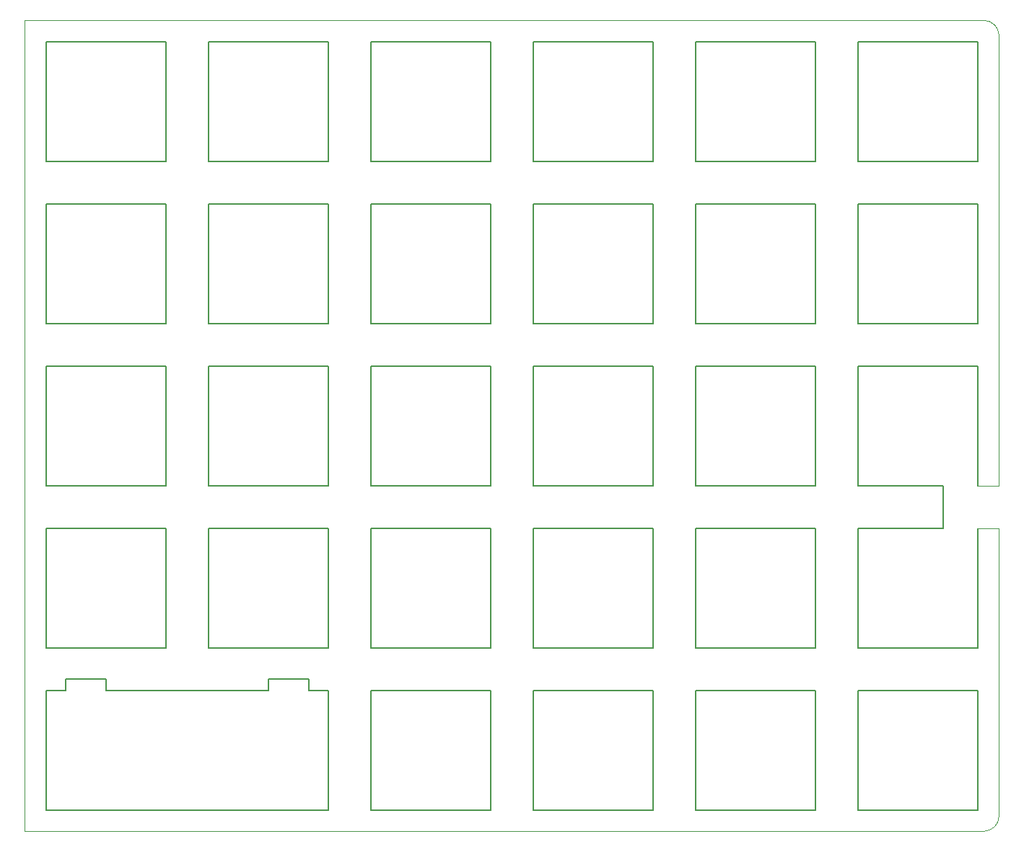
<source format=gm1>
G04 #@! TF.GenerationSoftware,KiCad,Pcbnew,(6.0.10)*
G04 #@! TF.CreationDate,2023-08-27T19:00:13-04:00*
G04 #@! TF.ProjectId,split-plate,73706c69-742d-4706-9c61-74652e6b6963,rev?*
G04 #@! TF.SameCoordinates,Original*
G04 #@! TF.FileFunction,Profile,NP*
%FSLAX46Y46*%
G04 Gerber Fmt 4.6, Leading zero omitted, Abs format (unit mm)*
G04 Created by KiCad (PCBNEW (6.0.10)) date 2023-08-27 19:00:13*
%MOMM*%
%LPD*%
G01*
G04 APERTURE LIST*
G04 #@! TA.AperFunction,Profile*
%ADD10C,0.100000*%
G04 #@! TD*
G04 #@! TA.AperFunction,Profile*
%ADD11C,0.150000*%
G04 #@! TD*
G04 APERTURE END LIST*
D10*
X216693932Y-109657023D02*
X216693932Y-143470433D01*
X102393836Y-145256372D02*
X214907993Y-145256372D01*
D11*
X210146354Y-109657023D02*
X210146354Y-104656377D01*
X195144198Y-104656377D02*
X181094823Y-104656377D01*
X200145198Y-128706838D02*
X214194573Y-128706838D01*
X118943642Y-109657318D02*
X118943642Y-123706693D01*
X214194337Y-85606238D02*
X200144962Y-85606238D01*
X176094059Y-71556981D02*
X176094059Y-85606356D01*
X176094059Y-109657141D02*
X176094059Y-123706516D01*
X118943642Y-104656613D02*
X104894267Y-104656613D01*
X214194337Y-123706398D02*
X200144962Y-123706398D01*
X104894503Y-142756508D02*
X104894503Y-128707133D01*
X130969725Y-127397025D02*
X135732229Y-127397025D01*
X200144962Y-52506783D02*
X214194337Y-52506783D01*
X157043920Y-85606415D02*
X142994545Y-85606415D01*
X195144198Y-90607002D02*
X195144198Y-104656377D01*
X181094823Y-123706457D02*
X181094823Y-109657082D01*
X200144962Y-66556158D02*
X200144962Y-52506783D01*
X157044156Y-142756390D02*
X142994781Y-142756390D01*
X142994781Y-128707015D02*
X157044156Y-128707015D01*
X142994545Y-66556335D02*
X142994545Y-52506960D01*
X181094823Y-52506842D02*
X195144198Y-52506842D01*
D10*
X216693932Y-51792231D02*
X216693932Y-104656318D01*
D11*
X176094295Y-128706956D02*
X176094295Y-142756331D01*
X200144962Y-71556863D02*
X214194337Y-71556863D01*
X214194573Y-128706838D02*
X214194573Y-142756213D01*
X137993781Y-52507019D02*
X137993781Y-66556394D01*
X157043920Y-90607120D02*
X157043920Y-104656495D01*
X118943642Y-90607238D02*
X118943642Y-104656613D01*
X118943642Y-85606533D02*
X104894267Y-85606533D01*
X157043920Y-52506960D02*
X157043920Y-66556335D01*
X137993781Y-66556394D02*
X123944406Y-66556394D01*
X195144434Y-142756272D02*
X181095059Y-142756272D01*
X118943642Y-52507078D02*
X118943642Y-66556453D01*
X104894267Y-85606533D02*
X104894267Y-71557158D01*
X137993781Y-109657259D02*
X137993781Y-123706634D01*
X200144962Y-90606943D02*
X214194337Y-90606943D01*
X176094059Y-66556276D02*
X162044684Y-66556276D01*
X137994017Y-142756449D02*
X104894503Y-142756508D01*
X107157205Y-128707103D02*
X104894532Y-128707103D01*
X162044684Y-71556981D02*
X176094059Y-71556981D01*
X111919220Y-128707103D02*
X130969300Y-128707133D01*
D10*
X214907993Y-50006292D02*
X102393836Y-50006292D01*
D11*
X200144962Y-123706398D02*
X200144962Y-109657023D01*
X142994781Y-142756390D02*
X142994781Y-128707015D01*
X181095059Y-128706897D02*
X195144434Y-128706897D01*
X181094823Y-71556922D02*
X195144198Y-71556922D01*
X157043920Y-71557040D02*
X157043920Y-85606415D01*
X162044684Y-109657141D02*
X176094059Y-109657141D01*
X104894267Y-104656613D02*
X104894267Y-90607238D01*
X130969300Y-128707133D02*
X130969725Y-127397025D01*
X123944406Y-85606474D02*
X123944406Y-71557099D01*
X123944406Y-109657259D02*
X137993781Y-109657259D01*
X157043920Y-123706575D02*
X142994545Y-123706575D01*
X195144434Y-128706897D02*
X195144434Y-142756272D01*
X195144198Y-123706457D02*
X181094823Y-123706457D01*
X104894267Y-90607238D02*
X118943642Y-90607238D01*
X176094059Y-90607061D02*
X176094059Y-104656436D01*
X107157205Y-128707103D02*
X107157205Y-127397025D01*
X176094295Y-142756331D02*
X162044920Y-142756331D01*
X162044684Y-52506901D02*
X176094059Y-52506901D01*
X135732229Y-128707103D02*
X137994017Y-128707074D01*
X142994545Y-104656495D02*
X142994545Y-90607120D01*
X181094823Y-109657082D02*
X195144198Y-109657082D01*
X195144198Y-52506842D02*
X195144198Y-66556217D01*
X137993781Y-71557099D02*
X137993781Y-85606474D01*
X104894267Y-52507078D02*
X118943642Y-52507078D01*
X104894267Y-66556453D02*
X104894267Y-52507078D01*
X162044920Y-142756331D02*
X162044920Y-128706956D01*
D10*
X214194337Y-104656318D02*
X216693932Y-104656318D01*
D11*
X118943642Y-71557158D02*
X118943642Y-85606533D01*
X176094059Y-123706516D02*
X162044684Y-123706516D01*
X181094823Y-66556217D02*
X181094823Y-52506842D01*
X135732229Y-127397025D02*
X135732229Y-128707103D01*
X181094823Y-104656377D02*
X181094823Y-90607002D01*
X157043920Y-109657200D02*
X157043920Y-123706575D01*
X123944406Y-104656554D02*
X123944406Y-90607179D01*
X123944406Y-52507019D02*
X137993781Y-52507019D01*
X162044684Y-123706516D02*
X162044684Y-109657141D01*
D10*
X214194337Y-109657023D02*
X216693932Y-109657023D01*
D11*
X210146354Y-104656377D02*
X200144962Y-104656318D01*
X157044156Y-128707015D02*
X157044156Y-142756390D01*
X107157205Y-127397025D02*
X111919709Y-127397025D01*
X142994545Y-123706575D02*
X142994545Y-109657200D01*
X142994545Y-71557040D02*
X157043920Y-71557040D01*
X181095059Y-142756272D02*
X181095059Y-128706897D01*
D10*
X216693908Y-51792231D02*
G75*
G03*
X214907993Y-50006292I-1785908J31D01*
G01*
D11*
X111919709Y-127397025D02*
X111919220Y-128707103D01*
X137993781Y-85606474D02*
X123944406Y-85606474D01*
X200145198Y-142756213D02*
X200145198Y-128706838D01*
X104894267Y-123706693D02*
X104894267Y-109657318D01*
D10*
X214907993Y-145256332D02*
G75*
G03*
X216693932Y-143470433I7J1785932D01*
G01*
D11*
X176094059Y-104656436D02*
X162044684Y-104656436D01*
D10*
X102393836Y-50006292D02*
X102393836Y-145256372D01*
D11*
X195144198Y-109657082D02*
X195144198Y-123706457D01*
X214194337Y-109657023D02*
X214194337Y-123706398D01*
X200144962Y-109657023D02*
X210146354Y-109657023D01*
X162044684Y-85606356D02*
X162044684Y-71556981D01*
X214194573Y-142756213D02*
X200145198Y-142756213D01*
X214194337Y-71556863D02*
X214194337Y-85606238D01*
X142994545Y-52506960D02*
X157043920Y-52506960D01*
X142994545Y-90607120D02*
X157043920Y-90607120D01*
X162044920Y-128706956D02*
X176094295Y-128706956D01*
X200144962Y-85606238D02*
X200144962Y-71556863D01*
X176094059Y-85606356D02*
X162044684Y-85606356D01*
X214194337Y-66556158D02*
X200144962Y-66556158D01*
X137993781Y-123706634D02*
X123944406Y-123706634D01*
X200144962Y-104656318D02*
X200144962Y-90606943D01*
X137993781Y-104656554D02*
X123944406Y-104656554D01*
X157043920Y-66556335D02*
X142994545Y-66556335D01*
X181094823Y-90607002D02*
X195144198Y-90607002D01*
X123944406Y-71557099D02*
X137993781Y-71557099D01*
X104894267Y-109657318D02*
X118943642Y-109657318D01*
X214194337Y-52506783D02*
X214194337Y-66556158D01*
X142994545Y-109657200D02*
X157043920Y-109657200D01*
X195144198Y-66556217D02*
X181094823Y-66556217D01*
X118943642Y-123706693D02*
X104894267Y-123706693D01*
X118943642Y-66556453D02*
X104894267Y-66556453D01*
X142994545Y-85606415D02*
X142994545Y-71557040D01*
X123944406Y-66556394D02*
X123944406Y-52507019D01*
X176094059Y-52506901D02*
X176094059Y-66556276D01*
X181094823Y-85606297D02*
X181094823Y-71556922D01*
X104894267Y-71557158D02*
X118943642Y-71557158D01*
X162044684Y-66556276D02*
X162044684Y-52506901D01*
X195144198Y-85606297D02*
X181094823Y-85606297D01*
X162044684Y-90607061D02*
X176094059Y-90607061D01*
X137993781Y-90607179D02*
X137993781Y-104656554D01*
X162044684Y-104656436D02*
X162044684Y-90607061D01*
X137994017Y-128707074D02*
X137994017Y-142756449D01*
X123944406Y-123706634D02*
X123944406Y-109657259D01*
X157043920Y-104656495D02*
X142994545Y-104656495D01*
X123944406Y-90607179D02*
X137993781Y-90607179D01*
X214194337Y-90606943D02*
X214194337Y-104656318D01*
X195144198Y-71556922D02*
X195144198Y-85606297D01*
M02*

</source>
